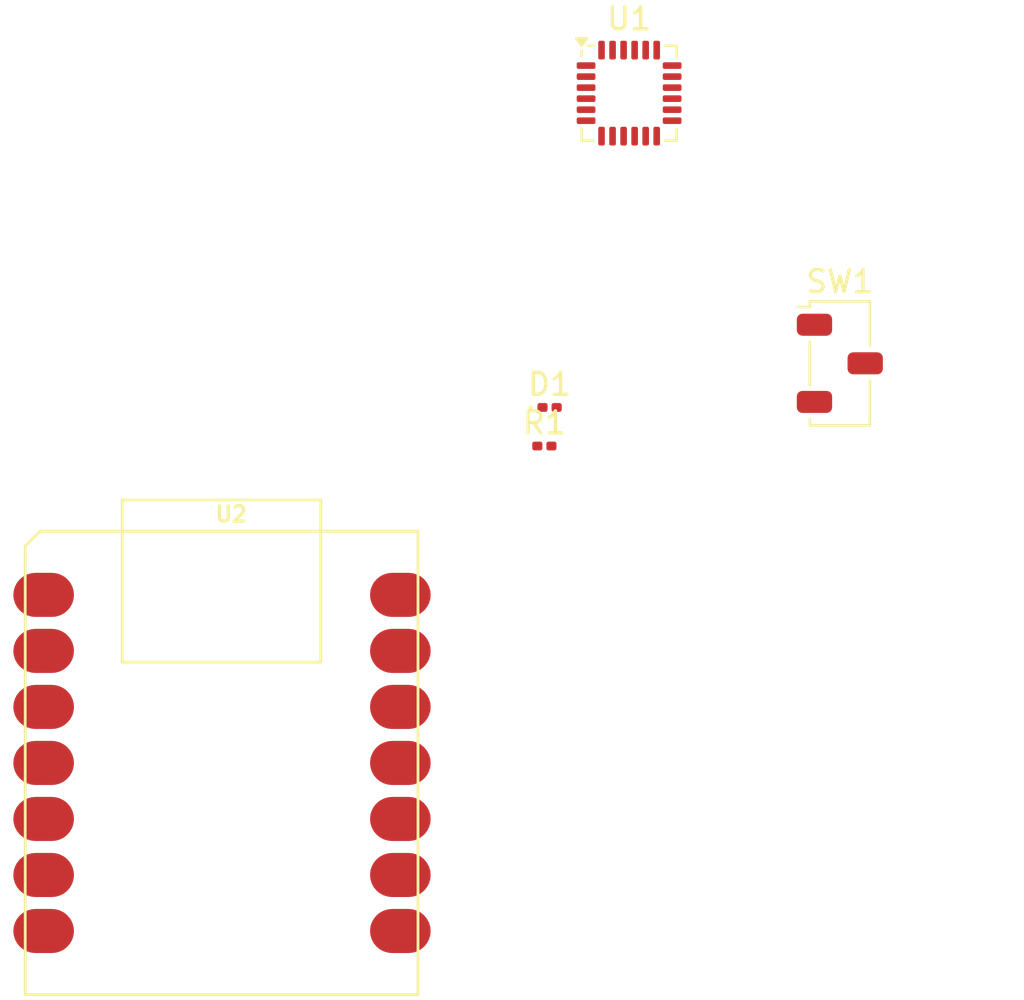
<source format=kicad_pcb>
(kicad_pcb (version 20240108) (generator "pcbnew") (generator_version "8.0")
  (layers (0 "F.Cu" signal) (31 "B.Cu" signal) (34 "B.Paste" user) (35 "F.Paste" user) (36 "B.SilkS" user "B.Silkscreen") (37 "F.SilkS" user "F.Silkscreen") (38 "B.Mask" user) (39 "F.Mask" user) (44 "Edge.Cuts" user))
  (net 0 "")
  (net 10 "Net-(SW1-C)")
  (net 12 "GND")
  (net 20 "+3V3")
  (net 25 "Net-(U1-SCL)")
  (net 26 "Net-(U1-SDA)")
  (net 27 "Net-(D1-A)")
  (footprint "XIAO:MOUDLE14P-SMD-2.54-21X17.8MM" (layer "F.Cu") (at 122.5825 114.61925)
    (property "Reference" "U2" (at 9.3345 -21.7805 0) (layer "F.SilkS") (effects (font (size 0.7 0.7))))
    (property "Value" "MOUDLE-SEEEDUINO-XIAO-ESP32C3")
    (fp_line (start 0 -20.3285) (end 0 0) (stroke (width 0.127)) (layer "F.SilkS"))
    (fp_line (start 0 0) (end 17.8 0) (stroke (width 0.127)) (layer "F.SilkS"))
    (fp_line (start 0.671541 -21) (end 0 -20.3285) (stroke (width 0.127)) (layer "F.SilkS"))
    (fp_line (start 4.396 -15.072) (end 4.396 -22.425) (stroke (width 0.127)) (layer "F.SilkS"))
    (fp_line (start 4.4 -22.424) (end 13.395 -22.424) (stroke (width 0.127)) (layer "F.SilkS"))
    (fp_line (start 13.395 -22.424) (end 13.395 -15.072) (stroke (width 0.127)) (layer "F.SilkS"))
    (fp_line (start 13.395 -15.072) (end 4.396 -15.072) (stroke (width 0.127)) (layer "F.SilkS"))
    (fp_line (start 17.8 -21) (end 0.671541 -21) (stroke (width 0.127)) (layer "F.SilkS"))
    (fp_line (start 17.8 0) (end 17.8 -21) (stroke (width 0.127)) (layer "F.SilkS"))
    (pad "1" smd roundrect (at 0.835 -18.12) (size 2.75 2) (layers "F.Cu" "F.Paste" "F.Mask") (roundrect_rratio 0.5))
    (pad "2" smd roundrect (at 0.835 -15.58) (size 2.75 2) (layers "F.Cu" "F.Paste" "F.Mask") (roundrect_rratio 0.5))
    (pad "3" smd roundrect (at 0.835 -13.04) (size 2.75 2) (layers "F.Cu" "F.Paste" "F.Mask") (roundrect_rratio 0.5))
    (pad "4" smd roundrect (at 0.835 -10.5) (size 2.75 2) (layers "F.Cu" "F.Paste" "F.Mask") (roundrect_rratio 0.5))
    (pad "5" smd roundrect (at 0.835 -7.96) (size 2.75 2) (layers "F.Cu" "F.Paste" "F.Mask") (roundrect_rratio 0.5) (net 26 "Net-(U1-SDA)"))
    (pad "6" smd roundrect (at 0.835 -5.42) (size 2.75 2) (layers "F.Cu" "F.Paste" "F.Mask") (roundrect_rratio 0.5) (net 25 "Net-(U1-SCL)"))
    (pad "7" smd roundrect (at 0.835 -2.88) (size 2.75 2) (layers "F.Cu" "F.Paste" "F.Mask") (roundrect_rratio 0.5))
    (pad "8" smd roundrect (at 17 -2.88) (size 2.75 2) (layers "F.Cu" "F.Paste" "F.Mask") (roundrect_rratio 0.5))
    (pad "9" smd roundrect (at 17 -5.42) (size 2.75 2) (layers "F.Cu" "F.Paste" "F.Mask") (roundrect_rratio 0.5))
    (pad "10" smd roundrect (at 17 -7.96) (size 2.75 2) (layers "F.Cu" "F.Paste" "F.Mask") (roundrect_rratio 0.5))
    (pad "11" smd roundrect (at 17 -10.5) (size 2.75 2) (layers "F.Cu" "F.Paste" "F.Mask") (roundrect_rratio 0.5))
    (pad "12" smd roundrect (at 17 -13.04) (size 2.75 2) (layers "F.Cu" "F.Paste" "F.Mask") (roundrect_rratio 0.5) (net 20 "+3V3"))
    (pad "13" smd roundrect (at 17 -15.58) (size 2.75 2) (layers "F.Cu" "F.Paste" "F.Mask") (roundrect_rratio 0.5) (net 12 "GND"))
    (pad "14" smd roundrect (at 17 -18.12) (size 2.75 2) (layers "F.Cu" "F.Paste" "F.Mask") (roundrect_rratio 0.5))
  )
  (footprint "Resistor_SMD:R_0201_0603Metric" (layer "F.Cu") (at 146.11 89.75)
    (property "Reference" "R1" (at 0 -1.05 0) (layer "F.SilkS"))
    (property "Value" "R")
    (pad "1" smd roundrect (at -0.32 0) (size 0.46 0.4) (layers "F.Cu" "F.Mask") (net 10 "Net-(SW1-C)"))
    (pad "2" smd roundrect (at 0.32 0) (size 0.46 0.4) (layers "F.Cu" "F.Mask") (net 27 "Net-(D1-A)"))
  )
  (footprint "Sensor_Motion:InvenSense_QFN-24_4x4mm_P0.5mm" (layer "F.Cu") (at 149.95 73.75)
    (property "Reference" "U1" (at 0 -3.375 0) (layer "F.SilkS"))
    (property "Value" "MPU-6050")
    (fp_line (start -2.15 -1.685) (end -2.15 -1.91) (stroke (width 0.12)) (layer "F.SilkS"))
    (fp_line (start -2.15 2.15) (end -2.15 1.625) (stroke (width 0.12)) (layer "F.SilkS"))
    (fp_line (start -2.15 2.15) (end -1.625 2.15) (stroke (width 0.12)) (layer "F.SilkS"))
    (fp_line (start -1.625 -2.15) (end -1.85 -2.15) (stroke (width 0.12)) (layer "F.SilkS"))
    (fp_line (start 2.15 -2.15) (end 1.625 -2.15) (stroke (width 0.12)) (layer "F.SilkS"))
    (fp_line (start 2.15 -2.15) (end 2.15 -1.625) (stroke (width 0.12)) (layer "F.SilkS"))
    (fp_line (start 2.15 2.15) (end 1.625 2.15) (stroke (width 0.12)) (layer "F.SilkS"))
    (fp_line (start 2.15 2.15) (end 2.15 1.625) (stroke (width 0.12)) (layer "F.SilkS"))
    (fp_poly (pts (xy -2.15 -2.15) (xy -2.39 -2.48) (xy -1.91 -2.48) (xy -2.15 -2.15)) (stroke (width 0.12)) (fill solid) (layer "F.SilkS"))
    (pad "1" smd roundrect (at -1.95 -1.25) (size 0.85 0.3) (layers "F.Cu" "F.Paste" "F.Mask"))
    (pad "2" smd roundrect (at -1.95 -0.75) (size 0.85 0.3) (layers "F.Cu" "F.Paste" "F.Mask"))
    (pad "3" smd roundrect (at -1.95 -0.25) (size 0.85 0.3) (layers "F.Cu" "F.Paste" "F.Mask"))
    (pad "4" smd roundrect (at -1.95 0.25) (size 0.85 0.3) (layers "F.Cu" "F.Paste" "F.Mask"))
    (pad "5" smd roundrect (at -1.95 0.75) (size 0.85 0.3) (layers "F.Cu" "F.Paste" "F.Mask"))
    (pad "6" smd roundrect (at -1.95 1.25) (size 0.85 0.3) (layers "F.Cu" "F.Paste" "F.Mask"))
    (pad "7" smd roundrect (at -1.25 1.95 90) (size 0.85 0.3) (layers "F.Cu" "F.Paste" "F.Mask"))
    (pad "8" smd roundrect (at -0.75 1.95 90) (size 0.85 0.3) (layers "F.Cu" "F.Paste" "F.Mask"))
    (pad "9" smd roundrect (at -0.25 1.95 90) (size 0.85 0.3) (layers "F.Cu" "F.Paste" "F.Mask"))
    (pad "10" smd roundrect (at 0.25 1.95 90) (size 0.85 0.3) (layers "F.Cu" "F.Paste" "F.Mask"))
    (pad "11" smd roundrect (at 0.75 1.95 90) (size 0.85 0.3) (layers "F.Cu" "F.Paste" "F.Mask"))
    (pad "12" smd roundrect (at 1.25 1.95 90) (size 0.85 0.3) (layers "F.Cu" "F.Paste" "F.Mask"))
    (pad "13" smd roundrect (at 1.95 1.25) (size 0.85 0.3) (layers "F.Cu" "F.Paste" "F.Mask") (net 20 "+3V3"))
    (pad "14" smd roundrect (at 1.95 0.75) (size 0.85 0.3) (layers "F.Cu" "F.Paste" "F.Mask"))
    (pad "15" smd roundrect (at 1.95 0.25) (size 0.85 0.3) (layers "F.Cu" "F.Paste" "F.Mask"))
    (pad "16" smd roundrect (at 1.95 -0.25) (size 0.85 0.3) (layers "F.Cu" "F.Paste" "F.Mask"))
    (pad "17" smd roundrect (at 1.95 -0.75) (size 0.85 0.3) (layers "F.Cu" "F.Paste" "F.Mask"))
    (pad "18" smd roundrect (at 1.95 -1.25) (size 0.85 0.3) (layers "F.Cu" "F.Paste" "F.Mask") (net 12 "GND"))
    (pad "19" smd roundrect (at 1.25 -1.95 90) (size 0.85 0.3) (layers "F.Cu" "F.Paste" "F.Mask"))
    (pad "20" smd roundrect (at 0.75 -1.95 90) (size 0.85 0.3) (layers "F.Cu" "F.Paste" "F.Mask"))
    (pad "21" smd roundrect (at 0.25 -1.95 90) (size 0.85 0.3) (layers "F.Cu" "F.Paste" "F.Mask"))
    (pad "22" smd roundrect (at -0.25 -1.95 90) (size 0.85 0.3) (layers "F.Cu" "F.Paste" "F.Mask"))
    (pad "23" smd roundrect (at -0.75 -1.95 90) (size 0.85 0.3) (layers "F.Cu" "F.Paste" "F.Mask") (net 25 "Net-(U1-SCL)"))
    (pad "24" smd roundrect (at -1.25 -1.95 90) (size 0.85 0.3) (layers "F.Cu" "F.Paste" "F.Mask") (net 26 "Net-(U1-SDA)"))
  )
  (footprint "LED_SMD:LED_0201_0603Metric" (layer "F.Cu") (at 146.345 88)
    (property "Reference" "D1" (at 0 -1.05 0) (layer "F.SilkS"))
    (property "Value" "LED")
    (fp_circle (center -0.86 0) (end -0.81 0) (stroke (width 0.1)) (fill none) (layer "F.SilkS"))
    (pad "1" smd roundrect (at -0.32 0) (size 0.46 0.4) (layers "F.Cu" "F.Mask") (net 12 "GND"))
    (pad "2" smd roundrect (at 0.32 0) (size 0.46 0.4) (layers "F.Cu" "F.Mask") (net 27 "Net-(D1-A)"))
  )
  (footprint "Button_Switch_SMD:Nidec_Copal_CAS-120A" (layer "F.Cu") (at 159.5 86)
    (property "Reference" "SW1" (at 0 -3.7 0) (layer "F.SilkS"))
    (property "Value" "SW_Nidec_CAS-120A1")
    (fp_line (start -1.36 -2.81) (end 1.36 -2.81) (stroke (width 0.12)) (layer "F.SilkS"))
    (fp_line (start -1.36 -2.55) (end -1.9 -2.55) (stroke (width 0.12)) (layer "F.SilkS"))
    (fp_line (start -1.36 -2.55) (end -1.36 -2.8) (stroke (width 0.12)) (layer "F.SilkS"))
    (fp_line (start -1.36 -0.98) (end -1.36 0.98) (stroke (width 0.12)) (layer "F.SilkS"))
    (fp_line (start -1.36 2.81) (end -1.36 2.55) (stroke (width 0.12)) (layer "F.SilkS"))
    (fp_line (start 1.35 2.81) (end -1.35 2.81) (stroke (width 0.12)) (layer "F.SilkS"))
    (fp_line (start 1.36 -2.81) (end 1.36 -0.8) (stroke (width 0.12)) (layer "F.SilkS"))
    (fp_line (start 1.36 0.8) (end 1.36 2.81) (stroke (width 0.12)) (layer "F.SilkS"))
    (pad "1" smd roundrect (at -1.15 -1.75 270) (size 1 1.6) (layers "F.Cu" "F.Paste" "F.Mask") (net 10 "Net-(SW1-C)"))
    (pad "2" smd roundrect (at 1.15 0 270) (size 1 1.6) (layers "F.Cu" "F.Paste" "F.Mask") (net 20 "+3V3"))
    (pad "3" smd roundrect (at -1.15 1.75 270) (size 1 1.6) (layers "F.Cu" "F.Paste" "F.Mask"))
  )
)
</source>
